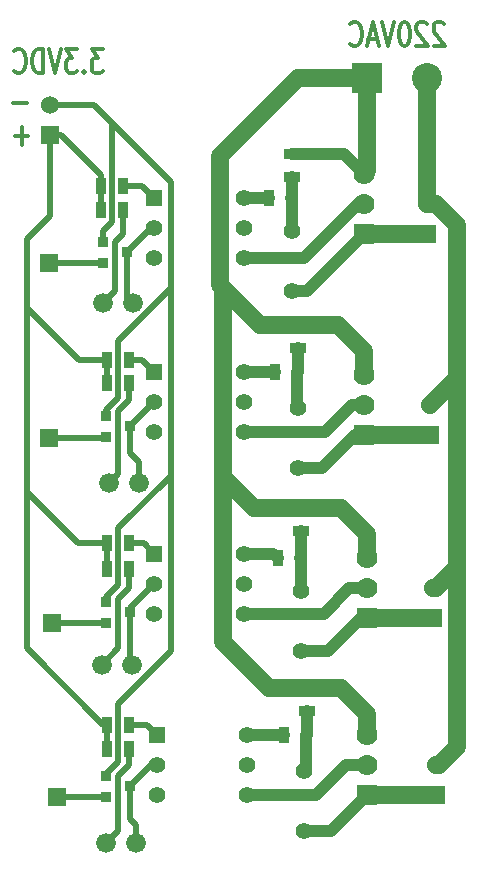
<source format=gbl>
G04 (created by PCBNEW-RS274X (2011-nov-30)-testing) date Tue 23 Oct 2012 02:12:19 PM ART*
G01*
G70*
G90*
%MOIN*%
G04 Gerber Fmt 3.4, Leading zero omitted, Abs format*
%FSLAX34Y34*%
G04 APERTURE LIST*
%ADD10C,0.006000*%
%ADD11C,0.012000*%
%ADD12R,0.060000X0.060000*%
%ADD13R,0.036000X0.036000*%
%ADD14R,0.035000X0.055000*%
%ADD15R,0.055000X0.035000*%
%ADD16C,0.060000*%
%ADD17R,0.055000X0.055000*%
%ADD18C,0.055000*%
%ADD19C,0.070000*%
%ADD20R,0.070000X0.070000*%
%ADD21R,0.100000X0.100000*%
%ADD22C,0.100000*%
%ADD23C,0.066000*%
%ADD24C,0.019700*%
%ADD25C,0.059100*%
%ADD26C,0.039400*%
G04 APERTURE END LIST*
G54D10*
G54D11*
X69185Y-37924D02*
X68814Y-37924D01*
X69014Y-38229D01*
X68928Y-38229D01*
X68871Y-38267D01*
X68842Y-38305D01*
X68814Y-38381D01*
X68814Y-38571D01*
X68842Y-38648D01*
X68871Y-38686D01*
X68928Y-38724D01*
X69100Y-38724D01*
X69157Y-38686D01*
X69185Y-38648D01*
X68557Y-38648D02*
X68529Y-38686D01*
X68557Y-38724D01*
X68586Y-38686D01*
X68557Y-38648D01*
X68557Y-38724D01*
X68328Y-37924D02*
X67957Y-37924D01*
X68157Y-38229D01*
X68071Y-38229D01*
X68014Y-38267D01*
X67985Y-38305D01*
X67957Y-38381D01*
X67957Y-38571D01*
X67985Y-38648D01*
X68014Y-38686D01*
X68071Y-38724D01*
X68243Y-38724D01*
X68300Y-38686D01*
X68328Y-38648D01*
X67786Y-37924D02*
X67586Y-38724D01*
X67386Y-37924D01*
X67186Y-38724D02*
X67186Y-37924D01*
X67043Y-37924D01*
X66958Y-37962D01*
X66900Y-38038D01*
X66872Y-38114D01*
X66843Y-38267D01*
X66843Y-38381D01*
X66872Y-38533D01*
X66900Y-38610D01*
X66958Y-38686D01*
X67043Y-38724D01*
X67186Y-38724D01*
X66243Y-38648D02*
X66272Y-38686D01*
X66358Y-38724D01*
X66415Y-38724D01*
X66500Y-38686D01*
X66558Y-38610D01*
X66586Y-38533D01*
X66615Y-38381D01*
X66615Y-38267D01*
X66586Y-38114D01*
X66558Y-38038D01*
X66500Y-37962D01*
X66415Y-37924D01*
X66358Y-37924D01*
X66272Y-37962D01*
X66243Y-38000D01*
X66708Y-40819D02*
X66251Y-40819D01*
X66480Y-41124D02*
X66480Y-40514D01*
X66658Y-39709D02*
X66201Y-39709D01*
X80556Y-37100D02*
X80527Y-37062D01*
X80470Y-37024D01*
X80327Y-37024D01*
X80270Y-37062D01*
X80241Y-37100D01*
X80213Y-37176D01*
X80213Y-37252D01*
X80241Y-37367D01*
X80584Y-37824D01*
X80213Y-37824D01*
X79985Y-37100D02*
X79956Y-37062D01*
X79899Y-37024D01*
X79756Y-37024D01*
X79699Y-37062D01*
X79670Y-37100D01*
X79642Y-37176D01*
X79642Y-37252D01*
X79670Y-37367D01*
X80013Y-37824D01*
X79642Y-37824D01*
X79271Y-37024D02*
X79214Y-37024D01*
X79157Y-37062D01*
X79128Y-37100D01*
X79099Y-37176D01*
X79071Y-37329D01*
X79071Y-37519D01*
X79099Y-37671D01*
X79128Y-37748D01*
X79157Y-37786D01*
X79214Y-37824D01*
X79271Y-37824D01*
X79328Y-37786D01*
X79357Y-37748D01*
X79385Y-37671D01*
X79414Y-37519D01*
X79414Y-37329D01*
X79385Y-37176D01*
X79357Y-37100D01*
X79328Y-37062D01*
X79271Y-37024D01*
X78900Y-37024D02*
X78700Y-37824D01*
X78500Y-37024D01*
X78329Y-37595D02*
X78043Y-37595D01*
X78386Y-37824D02*
X78186Y-37024D01*
X77986Y-37824D01*
X77443Y-37748D02*
X77472Y-37786D01*
X77558Y-37824D01*
X77615Y-37824D01*
X77700Y-37786D01*
X77758Y-37710D01*
X77786Y-37633D01*
X77815Y-37481D01*
X77815Y-37367D01*
X77786Y-37214D01*
X77758Y-37138D01*
X77700Y-37062D01*
X77615Y-37024D01*
X77558Y-37024D01*
X77472Y-37062D01*
X77443Y-37100D01*
G54D12*
X67400Y-45050D03*
G54D13*
X69200Y-44350D03*
X69200Y-45050D03*
X70000Y-44700D03*
G54D14*
X69875Y-42500D03*
X69125Y-42500D03*
X74725Y-42900D03*
X75475Y-42900D03*
G54D15*
X75500Y-42175D03*
X75500Y-41425D03*
G54D12*
X80000Y-44100D03*
G54D16*
X80000Y-43100D03*
G54D17*
X70900Y-42900D03*
G54D18*
X70900Y-43900D03*
X70900Y-44900D03*
X73900Y-44900D03*
X73900Y-43900D03*
X73900Y-42900D03*
X75500Y-44000D03*
X75500Y-46000D03*
G54D12*
X67416Y-40790D03*
G54D16*
X67416Y-39790D03*
G54D19*
X77900Y-42100D03*
X77900Y-43100D03*
G54D20*
X77900Y-44100D03*
G54D14*
X69875Y-43300D03*
X69125Y-43300D03*
G54D21*
X78000Y-38900D03*
G54D22*
X80000Y-38900D03*
G54D19*
X78000Y-60800D03*
X78000Y-61800D03*
G54D20*
X78000Y-62800D03*
G54D19*
X77900Y-48800D03*
X77900Y-49800D03*
G54D20*
X77900Y-50800D03*
G54D19*
X78000Y-54900D03*
X78000Y-55900D03*
G54D20*
X78000Y-56900D03*
G54D13*
X69300Y-56350D03*
X69300Y-57050D03*
X70100Y-56700D03*
X69300Y-50150D03*
X69300Y-50850D03*
X70100Y-50500D03*
X69300Y-62150D03*
X69300Y-62850D03*
X70100Y-62500D03*
G54D14*
X70075Y-60450D03*
X69325Y-60450D03*
X70075Y-55250D03*
X69325Y-55250D03*
X75225Y-60800D03*
X75975Y-60800D03*
G54D15*
X75800Y-53975D03*
X75800Y-53225D03*
G54D14*
X75025Y-54900D03*
X75775Y-54900D03*
G54D15*
X76000Y-59975D03*
X76000Y-59225D03*
G54D14*
X70075Y-54400D03*
X69325Y-54400D03*
X70075Y-49050D03*
X69325Y-49050D03*
X70075Y-61250D03*
X69325Y-61250D03*
G54D15*
X75700Y-47875D03*
X75700Y-47125D03*
G54D14*
X74925Y-48700D03*
X75675Y-48700D03*
X70075Y-48300D03*
X69325Y-48300D03*
G54D12*
X80300Y-62800D03*
G54D16*
X80300Y-61800D03*
G54D12*
X80100Y-50800D03*
G54D16*
X80100Y-49800D03*
G54D12*
X80200Y-56900D03*
G54D16*
X80200Y-55900D03*
G54D12*
X67670Y-62850D03*
X67500Y-57050D03*
X67400Y-50900D03*
G54D23*
X69150Y-58450D03*
X70150Y-58450D03*
X69400Y-52400D03*
X70400Y-52400D03*
X69300Y-64400D03*
X70300Y-64400D03*
G54D17*
X71000Y-60800D03*
G54D18*
X71000Y-61800D03*
X71000Y-62800D03*
X74000Y-62800D03*
X74000Y-61800D03*
X74000Y-60800D03*
G54D17*
X70900Y-54750D03*
G54D18*
X70900Y-55750D03*
X70900Y-56750D03*
X73900Y-56750D03*
X73900Y-55750D03*
X73900Y-54750D03*
G54D17*
X70900Y-48700D03*
G54D18*
X70900Y-49700D03*
X70900Y-50700D03*
X73900Y-50700D03*
X73900Y-49700D03*
X73900Y-48700D03*
X75800Y-56000D03*
X75800Y-58000D03*
X75900Y-62000D03*
X75900Y-64000D03*
X75700Y-49900D03*
X75700Y-51900D03*
G54D23*
X69200Y-46400D03*
X70200Y-46400D03*
G54D24*
X66650Y-46550D02*
X66650Y-44250D01*
X67416Y-43484D02*
X67416Y-40790D01*
X66650Y-44250D02*
X67416Y-43484D01*
X67416Y-40790D02*
X67790Y-40790D01*
X67790Y-40790D02*
X69125Y-42125D01*
X69125Y-42125D02*
X69125Y-42500D01*
X69325Y-60450D02*
X69200Y-60450D01*
X66650Y-57900D02*
X66650Y-52700D01*
X69200Y-60450D02*
X66650Y-57900D01*
X69325Y-60450D02*
X69325Y-61250D01*
X69325Y-54400D02*
X68350Y-54400D01*
X68350Y-54400D02*
X66650Y-52700D01*
X69325Y-55250D02*
X69325Y-54400D01*
X66650Y-46550D02*
X66650Y-52700D01*
X69125Y-42500D02*
X69125Y-43300D01*
X69325Y-48300D02*
X69325Y-49050D01*
X68400Y-48300D02*
X66650Y-46550D01*
X69325Y-48300D02*
X68400Y-48300D01*
G54D25*
X77025Y-47125D02*
X77900Y-48000D01*
X77900Y-48000D02*
X77900Y-48800D01*
X75700Y-47125D02*
X77025Y-47125D01*
X73200Y-52200D02*
X74225Y-53225D01*
X74225Y-53225D02*
X75800Y-53225D01*
X73200Y-52200D02*
X73200Y-52200D01*
X73200Y-45900D02*
X73200Y-52200D01*
X77125Y-53225D02*
X78000Y-54100D01*
X78000Y-54100D02*
X78000Y-54900D01*
X75800Y-53225D02*
X77125Y-53225D01*
X78000Y-38900D02*
X75700Y-38900D01*
X74425Y-47125D02*
X75700Y-47125D01*
X73100Y-45800D02*
X73200Y-45900D01*
X73200Y-45900D02*
X74425Y-47125D01*
X73100Y-41500D02*
X73100Y-45800D01*
X75700Y-38900D02*
X73100Y-41500D01*
X78000Y-38900D02*
X78000Y-42000D01*
X78000Y-42000D02*
X77900Y-42100D01*
G54D26*
X77225Y-41425D02*
X77900Y-42100D01*
X75500Y-41425D02*
X77225Y-41425D01*
G54D25*
X73200Y-57700D02*
X74725Y-59225D01*
X74725Y-59225D02*
X76000Y-59225D01*
X73200Y-52200D02*
X73200Y-57700D01*
X77125Y-59225D02*
X78000Y-60100D01*
X78000Y-60100D02*
X78000Y-60800D01*
X76000Y-59225D02*
X77125Y-59225D01*
X80200Y-55900D02*
X80300Y-55900D01*
X81000Y-55200D02*
X81000Y-48900D01*
X80300Y-55900D02*
X81000Y-55200D01*
X80000Y-43100D02*
X80300Y-43100D01*
X81000Y-48900D02*
X80100Y-49800D01*
X81000Y-43800D02*
X81000Y-48900D01*
X80300Y-43100D02*
X81000Y-43800D01*
X80000Y-38900D02*
X80000Y-43100D01*
X80400Y-61800D02*
X81000Y-61200D01*
X81000Y-61200D02*
X81000Y-55200D01*
X80300Y-61800D02*
X80400Y-61800D01*
G54D24*
X69500Y-40400D02*
X69300Y-40200D01*
X69500Y-43700D02*
X69500Y-40400D01*
X69200Y-44000D02*
X69500Y-43700D01*
X71450Y-46000D02*
X71450Y-42350D01*
X68890Y-39790D02*
X67416Y-39790D01*
X71450Y-42350D02*
X69300Y-40200D01*
X69300Y-40200D02*
X68890Y-39790D01*
X69300Y-56350D02*
X69300Y-56200D01*
X71450Y-52150D02*
X71450Y-46000D01*
X71450Y-46000D02*
X71450Y-45900D01*
X69700Y-53900D02*
X71450Y-52150D01*
X69700Y-55800D02*
X69700Y-53900D01*
X69300Y-56200D02*
X69700Y-55800D01*
X69300Y-50150D02*
X69300Y-49950D01*
X69700Y-47650D02*
X71450Y-45900D01*
X69700Y-49550D02*
X69700Y-47650D01*
X69300Y-62150D02*
X69300Y-62100D01*
X71450Y-58000D02*
X71450Y-52150D01*
X69700Y-59750D02*
X71450Y-58000D01*
X69700Y-61700D02*
X69700Y-59750D01*
X69300Y-62100D02*
X69700Y-61700D01*
X69300Y-49950D02*
X69700Y-49550D01*
X69200Y-44350D02*
X69200Y-44000D01*
X70075Y-55250D02*
X70075Y-55875D01*
X69700Y-57900D02*
X69150Y-58450D01*
X69700Y-56250D02*
X69700Y-57900D01*
X70075Y-55875D02*
X69700Y-56250D01*
G54D26*
X73900Y-54750D02*
X74875Y-54750D01*
X74875Y-54750D02*
X75025Y-54900D01*
X75800Y-53975D02*
X75800Y-54875D01*
X75800Y-54875D02*
X75775Y-54900D01*
X75800Y-54925D02*
X75775Y-54900D01*
X75800Y-56000D02*
X75800Y-54925D01*
X75800Y-58000D02*
X76700Y-58000D01*
X77800Y-56900D02*
X78000Y-56900D01*
X76700Y-58000D02*
X77800Y-56900D01*
G54D25*
X78000Y-56900D02*
X80200Y-56900D01*
G54D24*
X70550Y-54400D02*
X70900Y-54750D01*
X70075Y-54400D02*
X70550Y-54400D01*
X70100Y-56550D02*
X70900Y-55750D01*
X70100Y-56700D02*
X70100Y-56550D01*
X70100Y-58400D02*
X70150Y-58450D01*
X70100Y-56700D02*
X70100Y-58400D01*
G54D26*
X73900Y-56750D02*
X76550Y-56750D01*
X77400Y-55900D02*
X78000Y-55900D01*
X76550Y-56750D02*
X77400Y-55900D01*
G54D24*
X67500Y-57050D02*
X69300Y-57050D01*
X70400Y-52400D02*
X70400Y-51700D01*
X70100Y-51400D02*
X70100Y-50500D01*
X70400Y-51700D02*
X70100Y-51400D01*
X70900Y-49700D02*
X70100Y-50500D01*
X70075Y-61775D02*
X69700Y-62150D01*
X69700Y-62150D02*
X69700Y-64000D01*
X69700Y-64000D02*
X69300Y-64400D01*
X70075Y-61250D02*
X70075Y-61775D01*
G54D26*
X75225Y-60800D02*
X74000Y-60800D01*
X76000Y-60775D02*
X75975Y-60800D01*
X76000Y-59975D02*
X76000Y-60775D01*
X75975Y-61925D02*
X75900Y-62000D01*
X75975Y-60800D02*
X75975Y-61925D01*
G54D25*
X80300Y-62800D02*
X78000Y-62800D01*
G54D26*
X76800Y-64000D02*
X78000Y-62800D01*
X75900Y-64000D02*
X76800Y-64000D01*
G54D24*
X70650Y-60450D02*
X71000Y-60800D01*
X70075Y-60450D02*
X70650Y-60450D01*
X70800Y-61800D02*
X70100Y-62500D01*
X71000Y-61800D02*
X70800Y-61800D01*
X70300Y-63800D02*
X70100Y-63600D01*
X70100Y-63600D02*
X70100Y-62500D01*
X70300Y-64400D02*
X70300Y-63800D01*
G54D26*
X74000Y-62800D02*
X76300Y-62800D01*
X77300Y-61800D02*
X78000Y-61800D01*
X76300Y-62800D02*
X77300Y-61800D01*
G54D24*
X67670Y-62850D02*
X69300Y-62850D01*
X69875Y-43300D02*
X69875Y-44075D01*
X69600Y-46000D02*
X69200Y-46400D01*
X69600Y-44350D02*
X69600Y-46000D01*
X69875Y-44075D02*
X69600Y-44350D01*
G54D26*
X74725Y-42900D02*
X73900Y-42900D01*
X75500Y-42175D02*
X75500Y-42875D01*
X75500Y-42875D02*
X75475Y-42900D01*
X75500Y-44000D02*
X75500Y-42925D01*
X75500Y-42925D02*
X75475Y-42900D01*
G54D25*
X77900Y-44100D02*
X80000Y-44100D01*
G54D26*
X75500Y-46000D02*
X76000Y-46000D01*
X76000Y-46000D02*
X77900Y-44100D01*
G54D24*
X69875Y-42500D02*
X70500Y-42500D01*
X70500Y-42500D02*
X70900Y-42900D01*
X70200Y-46400D02*
X70000Y-46200D01*
X70000Y-46200D02*
X70000Y-44700D01*
X70900Y-43900D02*
X70800Y-43900D01*
X70800Y-43900D02*
X70000Y-44700D01*
G54D26*
X77900Y-43100D02*
X77700Y-43100D01*
X75900Y-44900D02*
X73900Y-44900D01*
X77700Y-43100D02*
X75900Y-44900D01*
G54D24*
X70075Y-49050D02*
X70075Y-49625D01*
X69700Y-52100D02*
X69400Y-52400D01*
X69700Y-50000D02*
X69700Y-52100D01*
X70075Y-49625D02*
X69700Y-50000D01*
G54D26*
X74925Y-48700D02*
X73900Y-48700D01*
X75675Y-48700D02*
X75675Y-49875D01*
X75675Y-49875D02*
X75700Y-49900D01*
X75700Y-47875D02*
X75700Y-48675D01*
X75700Y-48675D02*
X75675Y-48700D01*
G54D25*
X80100Y-50800D02*
X77900Y-50800D01*
G54D26*
X76500Y-51900D02*
X77600Y-50800D01*
X77600Y-50800D02*
X77900Y-50800D01*
X75700Y-51900D02*
X76500Y-51900D01*
G54D24*
X70075Y-48300D02*
X70500Y-48300D01*
X70500Y-48300D02*
X70900Y-48700D01*
G54D26*
X73900Y-50700D02*
X76600Y-50700D01*
X77500Y-49800D02*
X77900Y-49800D01*
X76600Y-50700D02*
X77500Y-49800D01*
G54D24*
X67400Y-50900D02*
X69250Y-50900D01*
X69250Y-50900D02*
X69300Y-50850D01*
X67400Y-45050D02*
X69200Y-45050D01*
M02*

</source>
